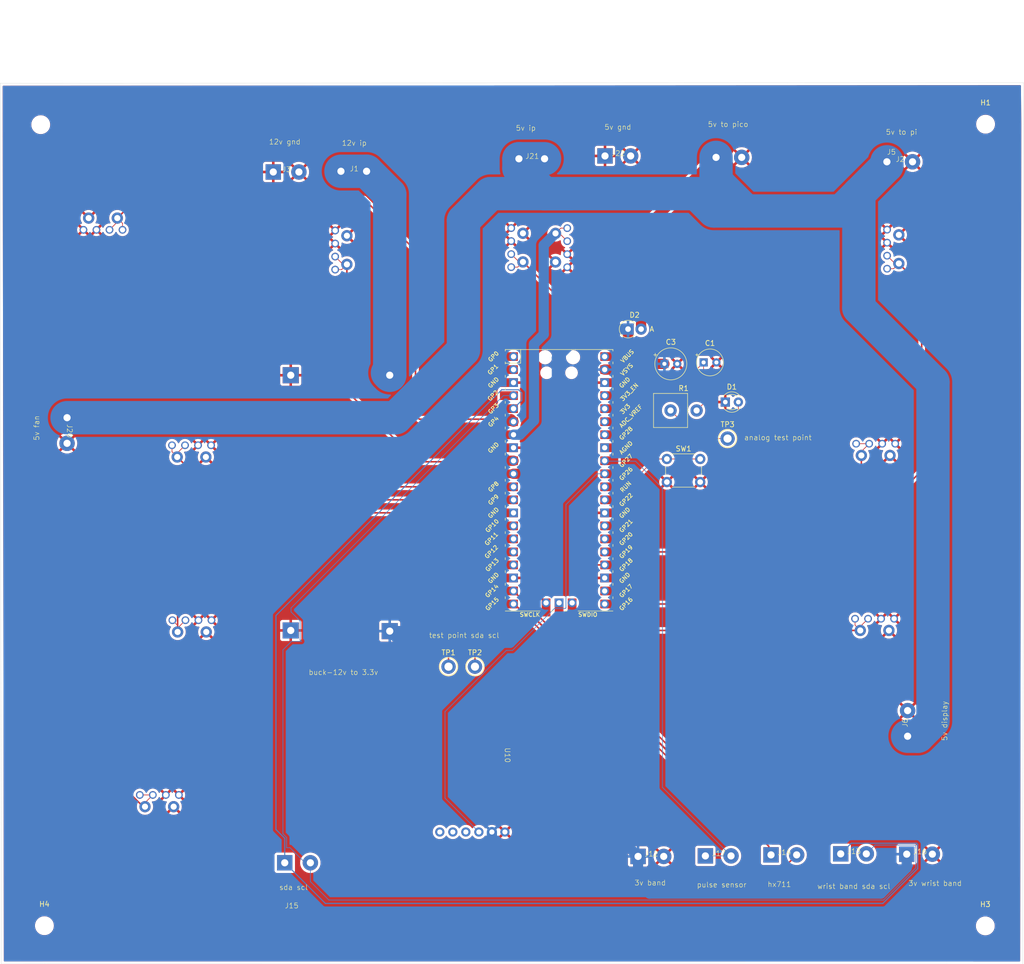
<source format=kicad_pcb>
(kicad_pcb (version 20221018) (generator pcbnew)
  (layers (0 "F.Cu" signal) (31 "B.Cu" signal) (34 "B.Paste" user) (35 "F.Paste" user) (36 "B.SilkS" user "B.Silkscreen") (37 "F.SilkS" user "F.Silkscreen") (38 "B.Mask" user) (39 "F.Mask" user) (44 "Edge.Cuts" user))
  (net 0 "")
  (net 1 "Net-(U3-3V3)")
  (net 2 "Net-(D1-A)")
  (net 3 "5v")
  (net 4 "12v")
  (net 5 "Net-(U3-RUN)")
  (net 8 "GND")
  (net 9 "sda")
  (net 10 "scl")
  (net 11 "Net-(U3-GPIO4)")
  (net 12 "Net-(U3-GPIO5)")
  (net 13 "Net-(U3-GPIO6)")
  (net 14 "Net-(U3-GPIO7)")
  (net 15 "Net-(U3-GPIO8)")
  (net 16 "Net-(U3-GPIO10)")
  (net 17 "Net-(U3-GPIO11)")
  (net 20 "Net-(U3-GPIO16)")
  (net 22 "Net-(U3-GPIO28_ADC2)")
  (net 23 "5v_mosfet")
  (net 27 "Net-(U10-output)")
  (net 29 "12v_mosfet")
  (net 36 "3v3")
  (net 37 "Net-(J14-Pin_1)")
  (net 38 "Net-(J14-Pin_2)")
  (net 39 "Net-(J17-Pin_1)")
  (net 40 "Net-(U12-signal)")
  (net 41 "Net-(U11-signal)")
  (footprint "Button_Switch_THT:SW_PUSH_6mm" (layer "F.Cu") (at 157.661 86.853)
    (fp_text reference "SW1")
    (fp_text value "SW_Push")
  )
  (footprint "screw_terminal:screw_terminal" (layer "F.Cu") (at 85.73 165.61)
    (fp_text reference "J15")
    (fp_text value "Screw_Terminal_01x02")
  )
  (footprint "screw_terminal:screw_terminal" (layer "F.Cu") (at 180.574 164.07)
    (fp_text reference "J14")
    (fp_text value "Screw_Terminal_01x02")
  )
  (footprint "screw_terminal:screw_terminal" (layer "F.Cu") (at 148.194 27.75)
    (fp_text reference "J22")
    (fp_text value "Screw_Terminal_01x02")
  )
  (footprint "MountingHole:MountingHole_3.2mm_M3" (layer "F.Cu") (at 35.54 21.65)
    (fp_text reference "H2" hide)
    (fp_text value "MountingHole")
  )
  (footprint "MCU_RaspberryPi_and_Boards:RPi_Pico_SMD_TH" (layer "F.Cu") (at 136.694 93.54)
    (fp_text reference "U3" hide)
    (fp_text value "Pico" hide)
  )
  (footprint "Diode_THT:D_DO-41_SOD81_P2.54mm_Vertical_AnodeUp" (layer "F.Cu") (at 150.091 61.523)
    (fp_text reference "D2")
    (fp_text value "1N5817")
  )
  (footprint "LED_THT:LED_D3.0mm_FlatTop" (layer "F.Cu") (at 169.061 75.753)
    (fp_text reference "D1")
    (fp_text value "LED")
  )
  (footprint "Resistor_THT:R_Axial_Power_L20.0mm_W6.4mm_P5.08mm_Vertical" (layer "F.Cu") (at 158.381 77.393)
    (fp_text reference "R1")
    (fp_text value "100")
  )
  (footprint "TestPoint:TestPoint_Keystone_5005-5009_Compact" (layer "F.Cu") (at 120.234 127.36)
    (fp_text reference "TP2")
    (fp_text value "scl")
  )
  (footprint "MountingHole:MountingHole_3.2mm_M3" (layer "F.Cu") (at 219.82 21.56)
    (fp_text reference "H1")
    (fp_text value "MountingHole")
  )
  (footprint "ad8232:ad8232" (layer "F.Cu") (at 126.074 144.62 -90)
    (fp_text reference "U10")
    (fp_text value "~")
  )
  (footprint "Capacitor_THT:CP_Radial_Tantal_D6.0mm_P2.50mm" (layer "F.Cu") (at 157.181 68.303)
    (fp_text reference "C3")
    (fp_text value "10uf")
  )
  (footprint "screw_terminal:screw_terminal" (layer "F.Cu") (at 167.774 164.27)
    (fp_text reference "J17")
    (fp_text value "Screw_Terminal_01x02")
  )
  (footprint "buck_3.3:buck_3.3" (layer "F.Cu") (at 62.459 123.475 -90)
    (fp_text reference "U2" hide)
    (fp_text value "~")
  )
  (footprint "screw_terminal:screw_terminal" (layer "F.Cu") (at 40.674 81.4 -90)
    (fp_text reference "J20")
    (fp_text value "Screw_Terminal_01x02")
  )
  (footprint "mosfet_switch:switch" (layer "F.Cu") (at 197.666 99.976)
    (fp_text reference "U13" hide)
    (fp_text value "~" hide)
  )
  (footprint "mosfet_switch:switch" (layer "F.Cu") (at 74.934 46.612 90)
    (fp_text reference "U7" hide)
    (fp_text value "~" hide)
  )
  (footprint "mosfet_switch:switch" (layer "F.Cu") (at 156.263 45.1355 -90)
    (fp_text reference "U5" hide)
    (fp_text value "~" hide)
  )
  (footprint "screw_terminal:screw_terminal" (layer "F.Cu") (at 203.174 28.89)
    (fp_text reference "J2")
    (fp_text value "Screw_Terminal_01x02")
  )
  (footprint "mosfet_switch:switch" (layer "F.Cu") (at 182.584 46.442 90)
    (fp_text reference "U6" hide)
    (fp_text value "~" hide)
  )
  (footprint "screw_terminal:screw_terminal" (layer "F.Cu") (at 194.164 163.87)
    (fp_text reference "J13")
    (fp_text value "Screw_Terminal_01x02")
  )
  (footprint "mosfet_switch:switch" (layer "F.Cu") (at 109.27 46.138 90)
    (fp_text reference "U8" hide)
    (fp_text value "~" hide)
  )
  (footprint "mosfet_switch:switch" (layer "F.Cu") (at 58.162 134.346)
    (fp_text reference "U12" hide)
    (fp_text value "~" hide)
  )
  (footprint "mosfet_switch:switch" (layer "F.Cu") (at 64.446 66.146)
    (fp_text reference "U9" hide)
    (fp_text value "~" hide)
  )
  (footprint "screw_terminal:screw_terminal" (layer "F.Cu") (at 154.644 164.37)
    (fp_text reference "J12")
    (fp_text value "Screw_Terminal_01x02")
  )
  (footprint "TestPoint:TestPoint_Keystone_5005-5009_Compact" (layer "F.Cu") (at 169.501 82.873)
    (fp_text reference "TP3")
    (fp_text value "adc")
  )
  (footprint "screw_terminal:screw_terminal" (layer "F.Cu") (at 207.044 163.93)
    (fp_text reference "J16")
    (fp_text value "Screw_Terminal_01x02")
  )
  (footprint "screw_terminal:screw_terminal" (layer "F.Cu") (at 131.404 28.3)
    (fp_text reference "J21")
    (fp_text value "Screw_Terminal_01x02")
  )
  (footprint "screw_terminal:screw_terminal" (layer "F.Cu") (at 204.614 138.33 90)
    (fp_text reference "J6")
    (fp_text value "Screw_Terminal_01x02")
  )
  (footprint "screw_terminal:screw_terminal" (layer "F.Cu") (at 96.694 30.74)
    (fp_text reference "J1")
    (fp_text value "Screw_Terminal_01x02")
  )
  (footprint "mosfet_switch:switch" (layer "F.Cu") (at 64.524 100.27)
    (fp_text reference "U11" hide)
    (fp_text value "~" hide)
  )
  (footprint "TestPoint:TestPoint_Keystone_5005-5009_Compact" (layer "F.Cu") (at 115.074 127.36)
    (fp_text reference "TP1")
    (fp_text value "sda")
  )
  (footprint "screw_terminal:screw_terminal" (layer "F.Cu") (at 169.854 28.03)
    (fp_text reference "J5")
    (fp_text value "Screw_Terminal_01x02")
  )
  (footprint "mosfet_switch:switch" (layer "F.Cu") (at 48.188 60.19 180)
    (fp_text reference "U4" hide)
    (fp_text value "~" hide)
  )
  (footprint "MountingHole:MountingHole_3.2mm_M3" (layer "F.Cu") (at 36.26 177.88)
    (fp_text reference "H4")
    (fp_text value "MountingHole")
  )
  (footprint "Capacitor_THT:CP_Radial_Tantal_D5.0mm_P2.50mm" (layer "F.Cu") (at 164.825888 68.023)
    (fp_text reference "C1")
    (fp_text value "0.1nf")
  )
  (footprint "mosfet_switch:switch" (layer "F.Cu") (at 197.88 65.84)
    (fp_text reference "U1" hide)
    (fp_text value "~" hide)
  )
  (footprint "screw_terminal:screw_terminal" (layer "F.Cu") (at 83.494 30.88)
    (fp_text reference "J3")
    (fp_text value "Screw_Terminal_01x02")
  )
  (footprint "MountingHole:MountingHole_3.2mm_M3" (layer "F.Cu") (at 219.77 177.92)
    (fp_text reference "H3")
    (fp_text value "MountingHole")
  )
  (gr_line (start 227.280064 21.567236) (end 227.21 13.45) (stroke (width 0.05)) (layer "Edge.Cuts"))
  (gr_line (start 36.321928 185.342303) (end 27.865 185.355) (stroke (width 0.05)) (layer "Edge.Cuts"))
  (gr_line (start 27.62 13.56) (end 27.85 184.81) (stroke (width 0.05)) (layer "Edge.Cuts"))
  (gr_line (start 36.321928 185.342303) (end 227.06 185.37) (stroke (width 0.05)) (layer "Edge.Cuts"))
  (gr_line (start 27.85 184.81) (end 27.865 185.355) (stroke (width 0.05)) (layer "Edge.Cuts"))
  (gr_line (start 227.06 185.37) (end 227.280064 21.567236) (stroke (width 0.05)) (layer "Edge.Cuts"))
  (gr_line (start 227.21 13.45) (end 27.62 13.56) (stroke (width 0.05)) (layer "Edge.Cuts"))
  (gr_text "pulse sensor" (at 163.46 170.48) (layer "F.SilkS") (effects (font (size 1 1) (thickness 0.1)) (justify left bottom)))
  (gr_text "analog test point" (at 172.69 83.27) (layer "F.SilkS") (effects (font (size 1 1) (thickness 0.1)) (justify left bottom)))
  (gr_text "3v wrist band" (at 204.72 170.2) (layer "F.SilkS") (effects (font (size 1 1) (thickness 0.1)) (justify left bottom)))
  (gr_text "12v ip " (at 94.22 25.82) (layer "F.SilkS") (effects (font (size 1 1) (thickness 0.1)) (justify left bottom)))
  (gr_text "test point sda scl" (at 111.23 121.84) (layer "F.SilkS") (effects (font (size 1 1) (thickness 0.1)) (justify left bottom)))
  (gr_text "5v gnd" (at 145.44 22.71) (layer "F.SilkS") (effects (font (size 1 1) (thickness 0.1)) (justify left bottom)))
  (gr_text "sda scl " (at 82.01 170.99) (layer "F.SilkS") (effects (font (size 1 1) (thickness 0.1)) (justify left bottom)))
  (gr_text "wrist band sda scl" (at 186.94 170.78) (layer "F.SilkS") (effects (font (size 1 1) (thickness 0.1)) (justify left bottom)))
  (gr_text "5v ip" (at 128.15 22.9) (layer "F.SilkS") (effects (font (size 1 1) (thickness 0.1)) (justify left bottom)))
  (gr_text "5v display" (at 212.42 141.89 90) (layer "F.SilkS") (effects (font (size 1 1) (thickness 0.1)) (justify left bottom)))
  (gr_text "3v band" (at 151.29 170.1) (layer "F.SilkS") (effects (font (size 1 1) (thickness 0.1)) (justify left bottom)))
  (gr_text "5v to pico" (at 165.61 22.17) (layer "F.SilkS") (effects (font (size 1 1) (thickness 0.1)) (justify left bottom)))
  (gr_text "12v gnd" (at 80 25.58) (layer "F.SilkS") (effects (font (size 1 1) (thickness 0.1)) (justify left bottom)))
  (gr_text "buck-12v to 3.3v" (at 87.75 129.05) (layer "F.SilkS") (effects (font (size 1 1) (thickness 0.1)) (justify left bottom)))
  (gr_text "5v fan" (at 35.32 83.31 90) (layer "F.SilkS") (effects (font (size 1 1) (thickness 0.1)) (justify left bottom)))
  (gr_text "hx711" (at 177.25 170.4) (layer "F.SilkS") (effects (font (size 1 1) (thickness 0.1)) (justify left bottom)))
  (gr_text "5v to pi" (at 200.32 23.68) (layer "F.SilkS") (effects (font (size 1 1) (thickness 0.1)) (justify left bottom)))
  (segment (start 161.708888 71.14) (end 153.944 71.14) (width 0.13) (layer "F.Cu") (net 1))
  (segment (start 163.461 77.393) (end 164.825888 76.028112) (width 0.13) (layer "F.Cu") (net 1))
  (segment (start 153.944 71.14) (end 148.044 77.04) (width 0.13) (layer "F.Cu") (net 1))
  (segment (start 164.825888 68.023) (end 161.708888 71.14) (width 0.13) (layer "F.Cu") (net 1))
  (segment (start 148.044 77.04) (end 145.53 77.04) (width 0.13) (layer "F.Cu") (net 1))
  (segment (start 164.825888 76.028112) (end 164.825888 68.023) (width 0.13) (layer "F.Cu") (net 1))
  (segment (start 158.381 77.393) (end 161.158 80.17) (width 0.13) (layer "F.Cu") (net 2))
  (segment (start 168.974 80.17) (end 171.601 77.543) (width 0.13) (layer "F.Cu") (net 2))
  (segment (start 171.601 77.543) (end 171.601 75.753) (width 0.13) (layer "F.Cu") (net 2))
  (segment (start 161.158 80.17) (end 168.974 80.17) (width 0.13) (layer "F.Cu") (net 2))
  (segment (start 152.631 42.653) (end 167.254 28.03) (width 2) (layer "F.Cu") (net 3))
  (segment (start 152.631 61.523) (end 152.631 42.653) (width 2) (layer "F.Cu") (net 3))
  (segment (start 117.99 65.60823) (end 117.99 40.35) (width 6.5) (layer "B.Cu") (net 3))
  (segment (start 104.79823 78.8) (end 117.99 65.60823) (width 6.5) (layer "B.Cu") (net 3))
  (segment (start 123.24 35.1) (end 138.914 35.1) (width 6.5) (layer "B.Cu") (net 3))
  (segment (start 191.724 38.48) (end 166.824 38.48) (width 6.5) (layer "B.Cu") (net 3))
  (segment (start 128.804 28.3) (end 128.804 30.17) (width 6.5) (layer "B.Cu") (net 3))
  (segment (start 200.574 29.63) (end 195.104 35.1) (width 6.5) (layer "B.Cu") (net 3))
  (segment (start 40.674 78.8) (end 104.79823 78.8) (width 6.5) (layer "B.Cu") (net 3))
  (segment (start 206.614358 140.93) (end 209.564 137.980358) (width 6.5) (layer "B.Cu") (net 3))
  (segment (start 166.824 38.48) (end 163.444 35.1) (width 6.5) (layer "B.Cu") (net 3))
  (segment (start 200.574 28.89) (end 200.574 29.63) (width 6.5) (layer "B.Cu") (net 3))
  (segment (start 209.564 137.980358) (end 209.564 71.874) (width 6.5) (layer "B.Cu") (net 3))
  (segment (start 209.564 71.874) (end 195.104 57.414) (width 6.5) (layer "B.Cu") (net 3))
  (segment (start 204.614 140.93) (end 206.614358 140.93) (width 6.5) (layer "B.Cu") (net 3))
  (segment (start 173.03 38.48) (end 167.254 32.704) (width 6.5) (layer "B.Cu") (net 3))
  (segment (start 167.254 32.704) (end 167.254 28.03) (width 6.5) (layer "B.Cu") (net 3))
  (segment (start 128.804 28.3) (end 133.804 28.3) (width 6.5) (layer "B.Cu") (net 3))
  (segment (start 133.734 35.1) (end 163.444 35.1) (width 6.5) (layer "B.Cu") (net 3))
  (segment (start 195.104 57.414) (end 195.104 35.1) (width 6.5) (layer "B.Cu") (net 3))
  (segment (start 128.804 30.17) (end 133.734 35.1) (width 6.5) (layer "B.Cu") (net 3))
  (segment (start 117.99 40.35) (end 123.24 35.1) (width 6.5) (layer "B.Cu") (net 3))
  (segment (start 195.104 35.1) (end 191.724 38.48) (width 6.5) (layer "B.Cu") (net 3))
  (segment (start 103.607 35.253) (end 103.607 70.516) (width 6.5) (layer "B.Cu") (net 4))
  (segment (start 94.094 30.74) (end 99.094 30.74) (width 6.5) (layer "B.Cu") (net 4))
  (segment (start 99.094 30.74) (end 103.607 35.253) (width 6.5) (layer "B.Cu") (net 4))
  (segment (start 103.164 70.073) (end 103.607 70.516) (width 6.5) (layer "B.Cu") (net 4))
  (segment (start 155.361 86.853) (end 149.734 92.48) (width 0.13) (layer "F.Cu") (net 5))
  (segment (start 157.661 86.853) (end 155.361 86.853) (width 0.13) (layer "F.Cu") (net 5))
  (segment (start 149.534 92.28) (end 145.53 92.28) (width 0.13) (layer "F.Cu") (net 5))
  (segment (start 149.734 92.48) (end 149.534 92.28) (width 0.13) (layer "F.Cu") (net 5))
  (segment (start 157.661 86.853) (end 164.161 86.853) (width 0.13) (layer "F.Cu") (net 5))
  (segment (start 88.13 169.28) (end 88.13 165.61) (width 0.13) (layer "B.Cu") (net 9))
  (segment (start 125.77 74.5) (end 127.75 74.5) (width 0.13) (layer "B.Cu") (net 9))
  (segment (start 88.13 165.61) (end 87.1 165.61) (width 0.13) (layer "B.Cu") (net 9))
  (segment (start 198.269 162.165) (end 206.209 162.165) (width 0.13) (layer "B.Cu") (net 9))
  (segment (start 86.105 122.135) (end 86.138 122.102) (width 0.13) (layer "B.Cu") (net 9))
  (segment (start 86.138 118.465) (end 84.36 116.687) (width 0.13) (layer "B.Cu") (net 9))
  (segment (start 87.1 165.61) (end 84.16 162.67) (width 0.13) (layer "B.Cu") (net 9))
  (segment (start 196.564 163.87) (end 198.269 162.165) (width 0.13) (layer "B.Cu") (net 9))
  (segment (start 84.16 162.67) (end 83.495 162.67) (width 0.13) (layer "B.Cu") (net 9))
  (segment (start 84.36 116.687) (end 84.36 115.91) (width 0.13) (layer "B.Cu") (net 9))
  (segment (start 86.39 122.42) (end 86.105 122.135) (width 0.13) (layer "B.Cu") (net 9))
  (segment (start 206.209 166.59398) (end 199.91798 172.885) (width 0.13) (layer "B.Cu") (net 9))
  (segment (start 86.138 122.102) (end 86.138 118.465) (width 0.13) (layer "B.Cu") (net 9))
  (segment (start 91.735 172.885) (end 88.13 169.28) (width 0.13) (layer "B.Cu") (net 9))
  (segment (start 83.495 162.67) (end 83.495 160.678812) (width 0.13) (layer "B.Cu") (net 9))
  (segment (start 84.36 115.91) (end 125.77 74.5) (width 0.13) (layer "B.Cu") (net 9))
  (segment (start 83.495 160.678812) (end 82.77 159.953812) (width 0.13) (layer "B.Cu") (net 9))
  (segment (start 82.77 159.953812) (end 82.77 124.09) (width 0.13) (layer "B.Cu") (net 9))
  (segment (start 206.209 162.165) (end 206.209 166.59398) (width 0.13) (layer "B.Cu") (net 9))
  (segment (start 199.91798 172.885) (end 91.735 172.885) (width 0.13) (layer "B.Cu") (net 9))
  (segment (start 82.77 124.09) (end 84.44 122.42) (width 0.13) (layer "B.Cu") (net 9))
  (segment (start 84.44 122.42) (end 86.39 122.42) (width 0.13) (layer "B.Cu") (net 9))
  (segment (start 83.13 165.61) (end 83.13 160.83) (width 0.2) (layer "B.Cu") (net 10))
  (segment (start 81.42 159.12) (end 81.42 117.38) (width 0.2) (layer "B.Cu") (net 10))
  (segment (start 81.42 117.38) (end 125.45 73.35) (width 0.2) (layer "B.Cu") (net 10))
  (segment (start 129.37 75.42) (end 127.75 77.04) (width 0.2) (layer "B.Cu") (net 10))
  (segment (start 193.634 161.8) (end 206.360188 161.8) (width 0.2) (layer "B.Cu") (net 10))
  (segment (start 91.055 173.535) (end 83.13 165.61) (width 0.2) (layer "B.Cu") (net 10))
  (segment (start 206.360188 161.8) (end 206.574 162.013812) (width 0.2) (layer "B.Cu") (net 10))
  (segment (start 83.13 160.83) (end 81.42 159.12) (width 0.2) (layer "B.Cu") (net 10))
  (segment (start 191.564 163.87) (end 193.634 161.8) (width 0.2) (layer "B.Cu") (net 10))
  (segment (start 206.574 166.745168) (end 199.784168 173.535) (width 0.2) (layer "B.Cu") (net 10))
  (segment (start 129.37 73.98) (end 129.37 75.42) (width 0.2) (layer "B.Cu") (net 10))
  (segment (start 125.45 73.35) (end 128.74 73.35) (width 0.2) (layer "B.Cu") (net 10))
  (segment (start 206.574 162.013812) (end 206.574 166.745168) (width 0.2) (layer "B.Cu") (net 10))
  (segment (start 128.74 73.35) (end 129.37 73.98) (width 0.2) (layer "B.Cu") (net 10))
  (segment (start 199.784168 173.535) (end 91.055 173.535) (width 0.2) (layer "B.Cu") (net 10))
  (segment (start 98.6 36.17) (end 108.634 46.204) (width 0.3) (layer "F.Cu") (net 11))
  (segment (start 109.39 79.09) (end 127.26 79.09) (width 0.3) (layer "F.Cu") (net 11))
  (segment (start 108.634 46.204) (end 108.634 78.334) (width 0.3) (layer "F.Cu") (net 11))
  (segment (start 50.474 40.632) (end 50.474 39.87) (width 0.13) (layer "F.Cu") (net 11))
  (segment (start 50.474 39.87) (end 54.174 36.17) (width 0.3) (layer "F.Cu") (net 11))
  (segment (start 51.49 40.886) (end 50.474 39.87) (width 0.13) (layer "F.Cu") (net 11))
  (segment (start 48.95 42.156) (end 50.474 40.632) (width 0.13) (layer "F.Cu") (net 11))
  (segment (start 127.26 79.09) (end 127.75 79.58) (width 2) (layer "F.Cu") (net 11))
  (segment (start 54.174 36.17) (end 98.6 36.17) (width 0.3) (layer "F.Cu") (net 11))
  (segment (start 51.49 42.156) (end 51.49 40.886) (width 0.13) (layer "F.Cu") (net 11))
  (segment (start 108.634 78.334) (end 109.39 79.09) (width 0.3) (layer "F.Cu") (net 11))
  (segment (start 138.229 41.8335) (end 136.959 41.8335) (width 0.13) (layer "F.Cu") (net 12))
  (segment (start 138.229 44.3735) (end 136.705 42.8495) (width 0.13) (layer "F.Cu") (net 12))
  (segment (start 136.705 42.8495) (end 135.943 42.8495) (width 0.13) (layer "F.Cu") (net 12))
  (segment (start 136.959 41.8335) (end 135.943 42.8495) (width 0.13) (layer "F.Cu") (net 12))
  (segment (start 131.74 64.450441) (end 131.74 79.354) (width 2) (layer "B.Cu") (net 12))
  (segment (start 128.974 82.12) (end 127.75 82.12) (width 2) (layer "B.Cu") (net 12))
  (segment (start 133.643 62.547441) (end 131.74 64.450441) (width 2) (layer "B.Cu") (net 12))
  (segment (start 131.74 79.354) (end 128.974 82.12) (width 2) (layer "B.Cu") (net 12))
  (segment (start 133.643 45.1495) (end 133.643 62.547441) (width 2) (layer "B.Cu") (net 12))
  (segment (start 135.943 42.8495) (end 133.643 45.1495) (width 2) (layer "B.Cu") (net 12))
  (segment (start 123.134 87.2) (end 127.75 87.2) (width 2) (layer "F.Cu") (net 13))
  (segment (start 94.238 49.914) (end 95.254 48.898) (width 0.13) (layer "F.Cu") (net 13))
  (segment (start 95.254 73.63) (end 109.024 87.4) (width 0.3) (layer "F.Cu") (net 13))
  (segment (start 94.492 48.898) (end 95.254 48.898) (width 0.13) (layer "F.Cu") (net 13))
  (segment (start 95.254 48.898) (end 95.254 73.63) (width 0.3) (layer "F.Cu") (net 13))
  (segment (start 122.934 87.4) (end 123.134 87.2) (width 2) (layer "F.Cu") (net 13))
  (segment (start 92.968 49.914) (end 94.238 49.914) (width 0.13) (layer "F.Cu") (net 13))
  (segment (start 109.024 87.4) (end 122.934 87.4) (width 0.3) (layer "F.Cu") (net 13))
  (segment (start 92.968 47.374) (end 94.492 48.898) (width 0.13) (layer "F.Cu") (net 13))
  (segment (start 136.215 70.868427) (end 136.215 55.049) (width 0.3) (layer "F.Cu") (net 14))
  (segment (start 127.75 89.74) (end 129.314 89.74) (width 2) (layer "F.Cu") (net 14))
  (segment (start 136.215 55.049) (end 129.59 48.424) (width 0.3) (layer "F.Cu") (net 14))
  (segment (start 128.828 48.424) (end 129.59 48.424) (width 0.13) (layer "F.Cu") (net 14))
  (segment (start 128.574 49.44) (end 129.59 48.424) (width 0.13) (layer "F.Cu") (net 14))
  (segment (start 134.51 84.544) (end 134.51 72.573427) (width 0.3) (layer "F.Cu") (net 14))
  (segment (start 127.304 49.44) (end 128.574 49.44) (width 0.13) (layer "F.Cu") (net 14))
  (segment (start 127.304 46.9) (end 128.828 48.424) (width 0.13) (layer "F.Cu") (net 14))
  (segment (start 134.51 72.573427) (end 136.215 70.868427) (width 0.3) (layer "F.Cu") (net 14))
  (segment (start 129.314 89.74) (end 134.51 84.544) (width 0.3) (layer "F.Cu") (net 14))
  (segment (start 61.144 84.18) (end 61.144 85.45) (width 0.13) (layer "F.Cu") (net 15))
  (segment (start 61.144 85.45) (end 62.16 86.466) (width 0.13) (layer "F.Cu") (net 15))
  (segment (start 67.974 92.28) (end 127.75 92.28) (width 0.3) (layer "F.Cu") (net 15))
  (segment (start 62.16 85.704) (end 62.16 86.466) (width 0.13) (layer "F.Cu") (net 15))
  (segment (start 63.684 84.18) (end 62.16 85.704) (width 0.13) (layer "F.Cu") (net 15))
  (segment (start 62.16 86.466) (end 67.974 92.28) (width 0.3) (layer "F.Cu") (net 15))
  (segment (start 119.624 100.1) (end 127.55 100.1) (width 0.3) (layer "F.Cu") (net 16))
  (segment (start 127.55 100.1) (end 127.75 99.9) (width 0.3) (layer "F.Cu") (net 16))
  (segment (start 115.074 127.36) (end 115.074 104.65) (width 0.3) (layer "F.Cu") (net 16))
  (segment (start 115.074 104.65) (end 119.624 100.1) (width 0.3) (layer "F.Cu") (net 16))
  (segment (start 120.234 104.61) (end 122.404 102.44) (width 0.3) (layer "F.Cu") (net 17))
  (segment (start 120.234 127.36) (end 120.234 104.61) (width 0.3) (layer "F.Cu") (net 17))
  (segment (start 122.404 102.44) (end 127.75 102.44) (width 0.3) (layer "F.Cu") (net 17))
  (segment (start 201.888 49.744) (end 202.904 48.728) (width 0.13) (layer "F.Cu") (net 20))
  (segment (start 202.142 48.728) (end 202.904 48.728) (width 0.13) (layer "F.Cu") (net 20))
  (segment (start 200.618 49.744) (end 201.888 49.744) (width 0.13) (layer "F.Cu") (net 20))
  (segment (start 207.36 53.184) (end 207.36 89.13) (width 0.3) (layer "F.Cu") (net 20))
  (segment (start 202.904 48.728) (end 207.36 53.184) (width 0.3) (layer "F.Cu") (net 20))
  (segment (start 200.618 47.204) (end 202.142 48.728) (width 0.13) (layer "F.Cu") (net 20))
  (segment (start 207.36 89.13) (end 181.35 115.14) (width 0.3) (layer "F.Cu") (net 20))
  (segment (start 181.35 115.14) (end 145.68 115.14) (width 0.3) (layer "F.Cu") (net 20))
  (segment (start 146.283 82.873) (end 169.501 82.873) (width 0.13) (layer "F.Cu") (net 22))
  (segment (start 145.53 82.12) (end 146.283 82.873) (width 0.13) (layer "F.Cu") (net 22))
  (segment (start 169.501 82.873) (end 169.238 82.61) (width 2) (layer "F.Cu") (net 22))
  (segment (start 195.594 86.16) (end 195.594 92.68) (width 0.3) (layer "F.Cu") (net 23))
  (segment (start 195.594 85.398) (end 195.594 86.16) (width 0.13) (layer "F.Cu") (net 23))
  (segment (start 197.118 83.874) (end 195.594 85.398) (width 0.13) (layer "F.Cu") (net 23))
  (segment (start 183.294 104.98) (end 145.53 104.98) (width 0.3) (layer "F.Cu") (net 23))
  (segment (start 195.594 92.68) (end 183.294 104.98) (width 0.3) (layer "F.Cu") (net 23))
  (segment (start 194.578 83.874) (end 197.118 83.874) (width 0.13) (layer "F.Cu") (net 23))
  (segment (start 114.39 136.14) (end 126.345 124.185) (width 0.13) (layer "B.Cu") (net 27))
  (segment (start 137.845 116.025) (end 137.98 115.89) (width 0.13) (layer "B.Cu") (net 27))
  (segment (start 120.994 159.606) (end 114.39 153.002) (width 0.13) (layer "B.Cu") (net 27))
  (segment (start 137.98 115.89) (end 137.98 95.75) (width 0.13) (layer "B.Cu") (net 27))
  (segment (start 145.5 89.71) (end 145.53 89.74) (width 0.13) (layer "B.Cu") (net 27))
  (segment (start 114.39 153.002) (end 114.39 136.14) (width 0.13) (layer "B.Cu") (net 27))
  (segment (start 135.715 116.025) (end 137.845 116.025) (width 0.13) (layer "B.Cu") (net 27))
  (segment (start 137.98 95.75) (end 143.99 89.74) (width 0.13) (layer "B.Cu") (net 27))
  (segment (start 127.555 124.185) (end 135.715 116.025) (width 0.13) (layer "B.Cu") (net 27))
  (segment (start 126.345 124.185) (end 127.555 124.185) (width 0.13) (layer "B.Cu") (net 27))
  (segment (start 143.99 89.74) (end 145.53 89.74) (width 0.13) (layer "B.Cu") (net 27))
  (segment (start 194.364 119.28) (end 195.38 120.296) (width 0.13) (layer "F.Cu") (net 29))
  (segment (start 146.586 120.296) (end 142.72 116.43) (width 0.3) (layer "F.Cu") (net 29))
  (segment (start 194.364 118.01) (end 194.364 119.28) (width 0.13) (layer "F.Cu") (net 29))
  (segment (start 143.934 107.52) (end 145.53 107.52) (width 0.3) (layer "F.Cu") (net 29))
  (segment (start 196.904 118.01) (end 195.38 119.534) (width 0.13) (layer "F.Cu") (net 29))
  (segment (start 195.38 119.534) (end 195.38 120.296) (width 0.13) (layer "F.Cu") (net 29))
  (segment (start 142.72 108.734) (end 143.934 107.52) (width 0.3) (layer "F.Cu") (net 29))
  (segment (start 195.38 120.296) (end 146.586 120.296) (width 0.3) (layer "F.Cu") (net 29))
  (segment (start 142.72 116.43) (end 142.72 108.734) (width 0.3) (layer "F.Cu") (net 29))
  (segment (start 157.181 68.303) (end 152.434 68.303) (width 2) (layer "F.Cu") (net 36))
  (segment (start 150.091 61.523) (end 150.091 68.219) (width 2) (layer "F.Cu") (net 36))
  (segment (start 150.091 68.219) (end 148.89 69.42) (width 2) (layer "F.Cu") (net 36))
  (segment (start 152.434 68.303) (end 150.091 65.96) (width 2) (layer "F.Cu") (net 36))
  (segment (start 148.89 69.42) (end 145.53 69.42) (width 2) (layer "F.Cu") (net 36))
  (segment (start 110.97 161.2) (end 114.19 164.42) (width 2) (layer "B.Cu") (net 36))
  (segment (start 122.85 124.35) (end 124.5 122.7) (width 2) (layer "B.Cu") (net 36))
  (segment (start 124.5 122.7) (end 127.08 122.7) (width 2) (layer "B.Cu") (net 36))
  (segment (start 127.304 164.37) (end 130.234 161.44) (width 2) (layer "B.Cu") (net 36))
  (segment (start 127.254 164.42) (end 127.304 164.37) (width 2) (layer "B.Cu") (net 36))
  (segment (start 149.114 161.44) (end 152.044 164.37) (width 2) (layer "B.Cu") (net 36))
  (segment (start 199.394 171.62) (end 204.444 166.57) (width 2) (layer "B.Cu") (net 36))
  (segment (start 127.025208 164.37) (end 127.304 164.37) (width 2) (layer "B.Cu") (net 36))
  (segment (start 106.91 125.88) (end 110.97 129.94) (width 2) (layer "B.Cu") (net 36))
  (segment (start 141.811441 61.523) (end 150.091 61.523) (width 2) (layer "B.Cu") (net 36))
  (segment (start 106.117 120.427) (end 110.04 124.35) (width 2) (layer "B.Cu") (net 36))
  (segment (start 110.97 129.94) (end 110.97 161.2) (width 2) (layer "B.Cu") (net 36))
  (segment (start 123.534 159.606) (end 123.534 160.878792) (width 2) (layer "B.Cu") (net 36))
  (segment (start 114.19 164.42) (end 127.254 164.42) (width 2) (layer "B.Cu") (net 36))
  (segment (start 152.044 169.37) (end 154.294 171.62) (width 2) (layer "B.Cu") (net 36))
  (segment (start 127.08 122.7) (end 132.05 117.73) (width 2) (layer "B.Cu") (net 36))
  (segment (start 204.444 166.57) (end 204.444 163.93) (width 2) (layer "B.Cu") (net 36))
  (segment (start 136.215 67.119441) (end 141.811441 61.523) (width 2) (layer "B.Cu") (net 36))
  (segment (start 106.91 123.73) (end 106.91 125.88) (width 2) (layer "B.Cu") (net 36))
  (segment (start 103.607 120.427) (end 106.117 120.427) (width 2) (layer "B.Cu") (net 36))
  (segment (start 136.215 109.895862) (end 136.215 67.119441) (width 2) (layer "B.Cu") (net 36))
  (segment (start 154.294 171.62) (end 199.394 171.62) (width 2) (layer "B.Cu") (net 36))
  (segment (start 132.05 117.73) (end 132.05 114.060862) (width 2) (layer "B.Cu") (net 36))
  (segment (start 130.234 161.44) (end 149.114 161.44) (width 2) (layer "B.Cu") (net 36))
  (segment (start 132.05 114.060862) (end 136.215 109.895862) (width 2) (layer "B.Cu") (net 36))
  (segment (start 152.044 164.37) (end 152.044 169.37) (width 2) (layer "B.Cu") (net 36))
  (segment (start 123.534 160.878792) (end 127.025208 164.37) (width 2) (layer "B.Cu") (net 36))
  (segment (start 110.04 124.35) (end 122.85 124.35) (width 2) (layer "B.Cu") (net 36))
  (segment (start 103.607 120.427) (end 106.91 123.73) (width 2) (layer "B.Cu") (net 36))
  (segment (start 177.54 162.39) (end 177.54 163.636) (width 0.3) (layer "F.Cu") (net 37))
  (segment (start 177.54 163.636) (end 177.974 164.07) (width 0.3) (layer "F.Cu") (net 37))
  (segment (start 127.75 112.6) (end 177.54 162.39) (width 0.3) (layer "F.Cu") (net 37))
  (segment (start 179.984 167.06) (end 175.615 167.06) (width 0.3) (layer "F.Cu") (net 38))
  (segment (start 182.974 164.07) (end 179.984 167.06) (width 0.3) (layer "F.Cu") (net 38))
  (segment (start 175.615 167.06) (end 174.17 165.615) (width 0.3) (layer "F.Cu") (net 38))
  (segment (start 174.17 161.37) (end 127.94 115.14) (width 0.3) (layer "F.Cu") (net 38))
  (segment (start 127.94 115.14) (end 127.75 115.14) (width 0.3) (layer "F.Cu") (net 38))
  (segment (start 174.17 165.615) (end 174.17 161.37) (width 0.3) (layer "F.Cu") (net 38))
  (segment (start 156.974 92.71) (end 156.799 92.535) (width 0.13) (layer "B.Cu") (net 39))
  (segment (start 151.554 87.29) (end 145.62 87.29) (width 0.13) (layer "B.Cu") (net 39))
  (segment (start 145.62 87.29) (end 145.53 87.2) (width 0.13) (layer "B.Cu") (net 39))
  (segment (start 165.174 164.27) (end 170.174 164.27) (width 0.13) (layer "B.Cu") (net 39))
  (segment (start 170.174 164.27) (end 156.799 150.895) (width 0.13) (layer "B.Cu") (net 39))
  (segment (start 156.799 92.535) (end 151.554 87.29) (width 0.13) (layer "B.Cu") (net 39))
  (segment (start 156.799 150.895) (end 156.799 92.535) (width 0.13) (layer "B.Cu") (net 39))
  (segment (start 49.71 115.54) (end 70.43 94.82) (width 0.3) (layer "F.Cu") (net 40))
  (segment (start 55.876 153.904) (end 55.876 154.666) (width 0.13) (layer "F.Cu") (net 40))
  (segment (start 55.57 154.726) (end 49.71 148.866) (width 0.3) (layer "F.Cu") (net 40))
  (segment (start 49.71 148.866) (end 49.71 115.54) (width 0.3) (layer "F.Cu") (net 40))
  (segment (start 57.4 152.38) (end 55.876 153.904) (width 0.13) (layer "F.Cu") (net 40))
  (segment (start 70.43 94.82) (end 127.75 94.82) (width 0.3) (layer "F.Cu") (net 40))
  (segment (start 54.86 152.38) (end 57.4 152.38) (width 0.13) (layer "F.Cu") (net 40))
  (segment (start 62.238 119.828) (end 62.238 120.59) (width 0.13) (layer "F.Cu") (net 41))
  (segment (start 62.238 120.59) (end 62.238 114.572) (width 0.3) (layer "F.Cu") (net 41))
  (segment (start 79.45 97.36) (end 127.75 97.36) (width 0.3) (layer "F.Cu") (net 41))
  (segment (start 62.238 119.32) (end 62.238 120.59) (width 0.13) (layer "F.Cu") (net 41))
  (segment (start 61.222 118.304) (end 62.238 119.32) (width 0.13) (layer "F.Cu") (net 41))
  (segment (start 63.762 118.304) (end 62.238 119.828) (width 0.13) (layer "F.Cu") (net 41))
  (segment (start 62.238 114.572) (end 79.45 97.36) (width 0.3) (layer "F.Cu") (net 41))
  (zone (net 8) (net_name "GND") (layers "F&B.Cu") (priority 15) (connect_pads (clearance 0.5)) (min_thickness 0.25) (fill yes (thermal_gap 0.5) (thermal_bridge_width 0.5))
    (polygon (pts (xy 27.65 13.88) (xy 227.33 13.46) (xy 227.19 185.41) (xy 27.9 185.31) (xy 27.64 13.87)))
  )
  (zone (net 36) (net_name "3v3") (layer "B.Cu") (priority 19) (connect_pads (clearance 0.5)) (min_thickness 0.25) (fill yes (thermal_gap 0.5) (thermal_bridge_width 0.5))
    (polygon (pts (xy 27.65 13.88) (xy 227.33 13.46) (xy 227.19 185.41) (xy 27.9 185.31) (xy 27.64 13.87)))
  )
)
</source>
